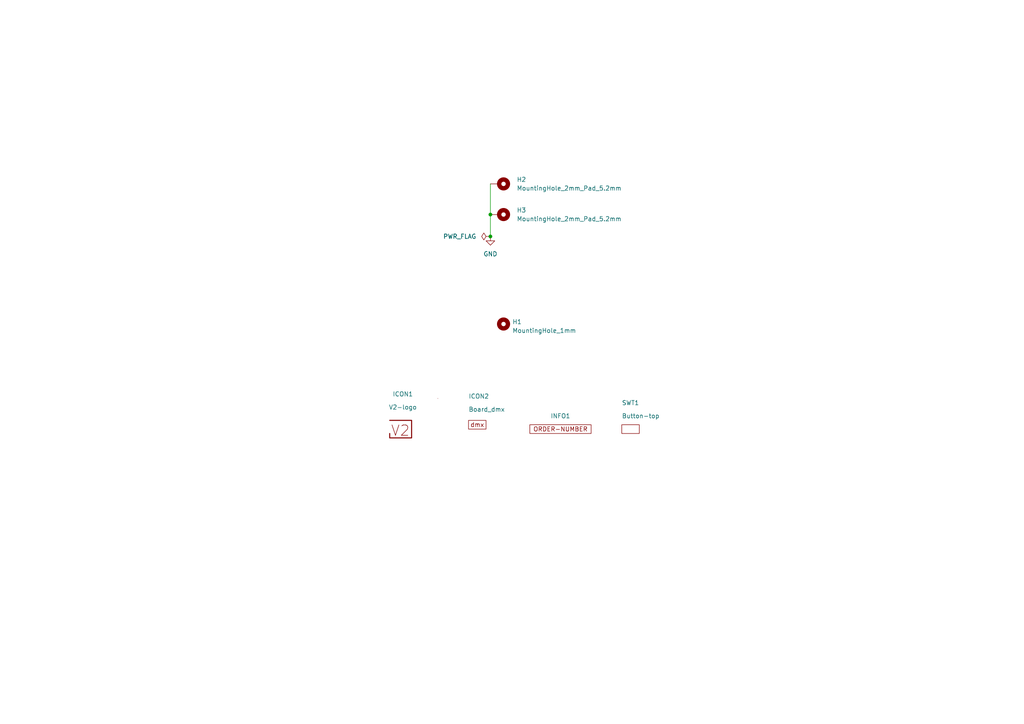
<source format=kicad_sch>
(kicad_sch (version 20231120) (generator "eeschema") (generator_version "8.0")
  (paper "A4")
  (title_block (title "V2 dmx") (date "2023-01-09") (rev "1") (company "Versio Dup") (comment 1 "cover"))
  (lib_symbols
    (symbol "V2_Artwork:Board_dmx" (in_bom no)
      (property "Reference" "ICON" (at 0 2.54 0))
      (symbol "Board_dmx_0_0"
        (rectangle (start -11.43 7.62) (end -11.43 7.62))
        (rectangle (start 2.54 -1.27) (end -2.54 1.27))
        (text "dmx" (at 0 0 0) (effects (font (size 1.27 1.27))))
      )
    )
    (symbol "V2_Artwork:V2-logo" (in_bom no)
      (property "Reference" "ICON" (at -3.81 2.54 0))
      (symbol "V2-logo_1_0"
        (polyline (pts (xy -3.81 1.27) (xy 2.54 1.27) (xy 2.54 -3.81) (xy -3.81 -3.81) (xy -3.81 -2.54)) (stroke (width 0.3)))
        (text "V2" (at -0.7135 -1.6753 0) (effects (font (size 3 3))))
      )
    )
    (symbol "V2_Mechanical:MountingHole_1mm" (pin_names (offset 1.016)) (in_bom no)
      (property "Reference" "H" (at 0 5.08 0))
      (property "Value" "MountingHole_1mm" (at 0 3.175 0))
      (symbol "MountingHole_1mm_0_1"
        (circle (center 0 0) (radius 1.27) (stroke (width 1.27)))
      )
    )
    (symbol "V2_Mechanical:MountingHole_2mm_Pad_5.2mm" (pin_numbers hide) (pin_names (offset 1.016) hide) (in_bom no)
      (property "Reference" "H" (at 0 6.35 0))
      (property "Value" "MountingHole_2mm_Pad_5.2mm" (at 0 4.445 0))
      (symbol "MountingHole_2mm_Pad_5.2mm_0_1"
        (circle (center 0 1.27) (radius 1.27) (stroke (width 1.27)))
      )
      (symbol "MountingHole_2mm_Pad_5.2mm_1_1"
        (pin input line (at 0 -2.54 90) (length 2.54) (name "1") (number "1"))
      )
    )
    (symbol "V2_PCB_Devices:Button-top" (in_bom no)
      (property "Reference" "SWT1" (at 3.81 1.2701 0))
      (property "Value" "Button-top" (at 3.81 -1.2699 0))
      (symbol "Button-top_0_1"
        (rectangle (start -2.54 1.27) (end 2.54 -1.27))
      )
    )
    (symbol "V2_Production:Order_Number" (in_bom no)
      (property "Reference" "INFO" (at 0 2.54 0))
      (symbol "Order_Number_0_0"
        (text "ORDER-NUMBER" (at 0 0 0) (effects (font (size 1.27 1.27))))
      )
      (symbol "Order_Number_0_1"
        (rectangle (start -8.89 1.27) (end 8.89 -1.27))
      )
    )
    (symbol "power:GND" (power) (pin_names (offset 0))
      (property "Value" "GND" (at 0 -3.81 0))
      (symbol "GND_0_1"
        (polyline (pts (xy 0 0) (xy 0 -1.27) (xy 1.27 -1.27) (xy 0 -2.54) (xy -1.27 -1.27) (xy 0 -1.27)))
      )
      (symbol "GND_1_1"
        (pin power_in line (at 0 0 270) (length 0) hide (name "GND") (number "1"))
      )
    )
    (symbol "power:PWR_FLAG" (power) (pin_numbers hide) (pin_names (offset 0) hide)
      (property "Value" "PWR_FLAG" (at 0 3.81 0))
      (symbol "PWR_FLAG_0_0"
        (pin power_out line (at 0 0 90) (length 0) (name "pwr") (number "1"))
      )
      (symbol "PWR_FLAG_0_1"
        (polyline (pts (xy 0 0) (xy 0 1.27) (xy -1.016 1.905) (xy 0 2.54) (xy 1.016 1.905) (xy 0 1.27)))
      )
    )
  )
  (junction (at 142.24 62.23))
  (junction (at 142.24 68.58))
  (wire (pts (xy 142.24 62.23) (xy 142.24 68.58)))
  (wire (pts (xy 142.24 53.34) (xy 142.24 62.23)))
  (symbol (lib_id "power:GND") (at 142.24 68.58 0) (unit 1)
    (property "Reference" "#PWR0101" (effects (hide yes)))
    (property "Value" "GND" (at 142.24 73.66 0))
  )
  (symbol (lib_id "V2_Artwork:Board_dmx") (at 138.43 123.19 0) (unit 1) (exclude_from_sim yes) (in_bom no)
    (property "Reference" "ICON2" (at 135.89 114.9349 0) (effects (justify left)))
    (property "Value" "Board_dmx" (at 135.89 118.7449 0) (effects (justify left)))
    (property "Footprint" "V2_Artwork:Board_dmx_Small" (effects (hide yes)))
  )
  (symbol (lib_id "V2_Production:Order_Number") (at 162.56 124.46 0) (unit 1) (exclude_from_sim yes) (in_bom no)
    (property "Reference" "INFO1" (at 162.56 120.65 0))
    (property "Value" "ORDER-NUMBER" (effects (hide yes)))
    (property "Footprint" "V2_Production:Order_Number" (effects (hide yes)))
  )
  (symbol (lib_id "V2_PCB_Devices:Button-top") (at 182.88 124.46 0) (unit 1) (exclude_from_sim yes) (in_bom no)
    (property "Reference" "SWT1" (at 180.34 116.8399 0) (effects (justify left)))
    (property "Value" "Button-top" (at 180.34 120.6499 0) (effects (justify left)))
    (property "Footprint" "V2_PCB_Devices:PCB_Button-top" (effects (hide yes)))
  )
  (symbol (lib_id "V2_Mechanical:MountingHole_2mm_Pad_5.2mm") (at 144.78 53.34 270) (unit 1) (exclude_from_sim yes) (in_bom no)
    (property "Reference" "H2" (at 149.86 52.07 90) (effects (justify left)))
    (property "Value" "MountingHole_2mm_Pad_5.2mm" (at 149.86 54.61 90) (effects (justify left)))
    (property "Footprint" "V2_Mechanical:Mounting_Hole_2mm_Pad_5.2mm" (effects (hide yes)))
  )
  (symbol (lib_id "power:PWR_FLAG") (at 142.24 68.58 90) (unit 1)
    (property "Reference" "#FLG0101" (effects (hide yes)))
    (property "Value" "PWR_FLAG" (at 133.35 68.58 90))
  )
  (symbol (lib_id "V2_Mechanical:MountingHole_1mm") (at 146.05 93.98 0) (unit 1) (exclude_from_sim yes) (in_bom no)
    (property "Reference" "H1" (at 148.59 93.345 0) (effects (justify left)))
    (property "Value" "MountingHole_1mm" (at 148.59 95.885 0) (effects (justify left)))
    (property "Footprint" "V2_Mechanical:MountingHole_1mm" (effects (hide yes)))
  )
  (symbol (lib_id "V2_Artwork:V2-logo") (at 116.84 123.19 0) (unit 1) (exclude_from_sim yes) (in_bom no)
    (property "Reference" "ICON1" (at 116.84 114.3 0))
    (property "Value" "V2-logo" (at 116.84 118.11 0))
    (property "Footprint" "V2_Artwork:Logo_Small" (effects (hide yes)))
  )
  (symbol (lib_id "V2_Mechanical:MountingHole_2mm_Pad_5.2mm") (at 144.78 62.23 270) (unit 1) (exclude_from_sim yes) (in_bom no)
    (property "Reference" "H3" (at 149.86 60.96 90) (effects (justify left)))
    (property "Value" "MountingHole_2mm_Pad_5.2mm" (at 149.86 63.5 90) (effects (justify left)))
    (property "Footprint" "V2_Mechanical:Mounting_Hole_2mm_Pad_5.2mm" (effects (hide yes)))
  )
)
</source>
